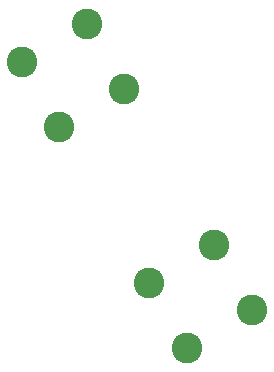
<source format=gbs>
G04 #@! TF.GenerationSoftware,KiCad,Pcbnew,7.0.2-0*
G04 #@! TF.CreationDate,2024-01-28T20:09:11-06:00*
G04 #@! TF.ProjectId,bus_bar,6275735f-6261-4722-9e6b-696361645f70,rev?*
G04 #@! TF.SameCoordinates,Original*
G04 #@! TF.FileFunction,Soldermask,Bot*
G04 #@! TF.FilePolarity,Negative*
%FSLAX46Y46*%
G04 Gerber Fmt 4.6, Leading zero omitted, Abs format (unit mm)*
G04 Created by KiCad (PCBNEW 7.0.2-0) date 2024-01-28 20:09:11*
%MOMM*%
%LPD*%
G01*
G04 APERTURE LIST*
%ADD10C,2.600000*%
G04 APERTURE END LIST*
D10*
X263853873Y-31954022D03*
X260678873Y-26454760D03*
X274648874Y-50651510D03*
X271473873Y-45152249D03*
X269149612Y-53826509D03*
X255179613Y-29629761D03*
X265974613Y-48327248D03*
X258354613Y-35129022D03*
M02*

</source>
